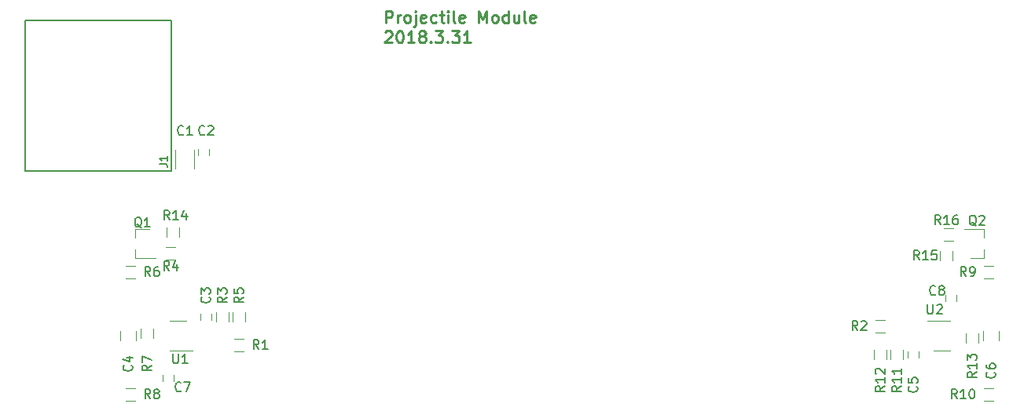
<source format=gbr>
G04 #@! TF.FileFunction,Legend,Top*
%FSLAX46Y46*%
G04 Gerber Fmt 4.6, Leading zero omitted, Abs format (unit mm)*
G04 Created by KiCad (PCBNEW 4.0.7) date 03/31/18 19:25:42*
%MOMM*%
%LPD*%
G01*
G04 APERTURE LIST*
%ADD10C,0.150000*%
%ADD11C,0.254000*%
%ADD12C,0.149860*%
%ADD13C,0.120000*%
G04 APERTURE END LIST*
D10*
D11*
X64818381Y-26165024D02*
X64818381Y-24895024D01*
X65302190Y-24895024D01*
X65423143Y-24955500D01*
X65483619Y-25015976D01*
X65544095Y-25136929D01*
X65544095Y-25318357D01*
X65483619Y-25439310D01*
X65423143Y-25499786D01*
X65302190Y-25560262D01*
X64818381Y-25560262D01*
X66088381Y-26165024D02*
X66088381Y-25318357D01*
X66088381Y-25560262D02*
X66148857Y-25439310D01*
X66209333Y-25378833D01*
X66330286Y-25318357D01*
X66451238Y-25318357D01*
X67056000Y-26165024D02*
X66935047Y-26104548D01*
X66874571Y-26044071D01*
X66814095Y-25923119D01*
X66814095Y-25560262D01*
X66874571Y-25439310D01*
X66935047Y-25378833D01*
X67056000Y-25318357D01*
X67237428Y-25318357D01*
X67358380Y-25378833D01*
X67418857Y-25439310D01*
X67479333Y-25560262D01*
X67479333Y-25923119D01*
X67418857Y-26044071D01*
X67358380Y-26104548D01*
X67237428Y-26165024D01*
X67056000Y-26165024D01*
X68023619Y-25318357D02*
X68023619Y-26406929D01*
X67963143Y-26527881D01*
X67842190Y-26588357D01*
X67781714Y-26588357D01*
X68023619Y-24895024D02*
X67963143Y-24955500D01*
X68023619Y-25015976D01*
X68084095Y-24955500D01*
X68023619Y-24895024D01*
X68023619Y-25015976D01*
X69112190Y-26104548D02*
X68991238Y-26165024D01*
X68749333Y-26165024D01*
X68628381Y-26104548D01*
X68567905Y-25983595D01*
X68567905Y-25499786D01*
X68628381Y-25378833D01*
X68749333Y-25318357D01*
X68991238Y-25318357D01*
X69112190Y-25378833D01*
X69172667Y-25499786D01*
X69172667Y-25620738D01*
X68567905Y-25741690D01*
X70261238Y-26104548D02*
X70140285Y-26165024D01*
X69898381Y-26165024D01*
X69777428Y-26104548D01*
X69716952Y-26044071D01*
X69656476Y-25923119D01*
X69656476Y-25560262D01*
X69716952Y-25439310D01*
X69777428Y-25378833D01*
X69898381Y-25318357D01*
X70140285Y-25318357D01*
X70261238Y-25378833D01*
X70624094Y-25318357D02*
X71107904Y-25318357D01*
X70805523Y-24895024D02*
X70805523Y-25983595D01*
X70865999Y-26104548D01*
X70986952Y-26165024D01*
X71107904Y-26165024D01*
X71531237Y-26165024D02*
X71531237Y-25318357D01*
X71531237Y-24895024D02*
X71470761Y-24955500D01*
X71531237Y-25015976D01*
X71591713Y-24955500D01*
X71531237Y-24895024D01*
X71531237Y-25015976D01*
X72317428Y-26165024D02*
X72196475Y-26104548D01*
X72135999Y-25983595D01*
X72135999Y-24895024D01*
X73285046Y-26104548D02*
X73164094Y-26165024D01*
X72922189Y-26165024D01*
X72801237Y-26104548D01*
X72740761Y-25983595D01*
X72740761Y-25499786D01*
X72801237Y-25378833D01*
X72922189Y-25318357D01*
X73164094Y-25318357D01*
X73285046Y-25378833D01*
X73345523Y-25499786D01*
X73345523Y-25620738D01*
X72740761Y-25741690D01*
X74857427Y-26165024D02*
X74857427Y-24895024D01*
X75280760Y-25802167D01*
X75704094Y-24895024D01*
X75704094Y-26165024D01*
X76490285Y-26165024D02*
X76369332Y-26104548D01*
X76308856Y-26044071D01*
X76248380Y-25923119D01*
X76248380Y-25560262D01*
X76308856Y-25439310D01*
X76369332Y-25378833D01*
X76490285Y-25318357D01*
X76671713Y-25318357D01*
X76792665Y-25378833D01*
X76853142Y-25439310D01*
X76913618Y-25560262D01*
X76913618Y-25923119D01*
X76853142Y-26044071D01*
X76792665Y-26104548D01*
X76671713Y-26165024D01*
X76490285Y-26165024D01*
X78002190Y-26165024D02*
X78002190Y-24895024D01*
X78002190Y-26104548D02*
X77881237Y-26165024D01*
X77639333Y-26165024D01*
X77518380Y-26104548D01*
X77457904Y-26044071D01*
X77397428Y-25923119D01*
X77397428Y-25560262D01*
X77457904Y-25439310D01*
X77518380Y-25378833D01*
X77639333Y-25318357D01*
X77881237Y-25318357D01*
X78002190Y-25378833D01*
X79151238Y-25318357D02*
X79151238Y-26165024D01*
X78606952Y-25318357D02*
X78606952Y-25983595D01*
X78667428Y-26104548D01*
X78788381Y-26165024D01*
X78969809Y-26165024D01*
X79090761Y-26104548D01*
X79151238Y-26044071D01*
X79937429Y-26165024D02*
X79816476Y-26104548D01*
X79756000Y-25983595D01*
X79756000Y-24895024D01*
X80905047Y-26104548D02*
X80784095Y-26165024D01*
X80542190Y-26165024D01*
X80421238Y-26104548D01*
X80360762Y-25983595D01*
X80360762Y-25499786D01*
X80421238Y-25378833D01*
X80542190Y-25318357D01*
X80784095Y-25318357D01*
X80905047Y-25378833D01*
X80965524Y-25499786D01*
X80965524Y-25620738D01*
X80360762Y-25741690D01*
X64757905Y-27174976D02*
X64818381Y-27114500D01*
X64939333Y-27054024D01*
X65241714Y-27054024D01*
X65362667Y-27114500D01*
X65423143Y-27174976D01*
X65483619Y-27295929D01*
X65483619Y-27416881D01*
X65423143Y-27598310D01*
X64697429Y-28324024D01*
X65483619Y-28324024D01*
X66269810Y-27054024D02*
X66390762Y-27054024D01*
X66511714Y-27114500D01*
X66572191Y-27174976D01*
X66632667Y-27295929D01*
X66693143Y-27537833D01*
X66693143Y-27840214D01*
X66632667Y-28082119D01*
X66572191Y-28203071D01*
X66511714Y-28263548D01*
X66390762Y-28324024D01*
X66269810Y-28324024D01*
X66148857Y-28263548D01*
X66088381Y-28203071D01*
X66027905Y-28082119D01*
X65967429Y-27840214D01*
X65967429Y-27537833D01*
X66027905Y-27295929D01*
X66088381Y-27174976D01*
X66148857Y-27114500D01*
X66269810Y-27054024D01*
X67902667Y-28324024D02*
X67176953Y-28324024D01*
X67539810Y-28324024D02*
X67539810Y-27054024D01*
X67418858Y-27235452D01*
X67297905Y-27356405D01*
X67176953Y-27416881D01*
X68628382Y-27598310D02*
X68507429Y-27537833D01*
X68446953Y-27477357D01*
X68386477Y-27356405D01*
X68386477Y-27295929D01*
X68446953Y-27174976D01*
X68507429Y-27114500D01*
X68628382Y-27054024D01*
X68870286Y-27054024D01*
X68991239Y-27114500D01*
X69051715Y-27174976D01*
X69112191Y-27295929D01*
X69112191Y-27356405D01*
X69051715Y-27477357D01*
X68991239Y-27537833D01*
X68870286Y-27598310D01*
X68628382Y-27598310D01*
X68507429Y-27658786D01*
X68446953Y-27719262D01*
X68386477Y-27840214D01*
X68386477Y-28082119D01*
X68446953Y-28203071D01*
X68507429Y-28263548D01*
X68628382Y-28324024D01*
X68870286Y-28324024D01*
X68991239Y-28263548D01*
X69051715Y-28203071D01*
X69112191Y-28082119D01*
X69112191Y-27840214D01*
X69051715Y-27719262D01*
X68991239Y-27658786D01*
X68870286Y-27598310D01*
X69656477Y-28203071D02*
X69716953Y-28263548D01*
X69656477Y-28324024D01*
X69596001Y-28263548D01*
X69656477Y-28203071D01*
X69656477Y-28324024D01*
X70140287Y-27054024D02*
X70926477Y-27054024D01*
X70503144Y-27537833D01*
X70684572Y-27537833D01*
X70805525Y-27598310D01*
X70866001Y-27658786D01*
X70926477Y-27779738D01*
X70926477Y-28082119D01*
X70866001Y-28203071D01*
X70805525Y-28263548D01*
X70684572Y-28324024D01*
X70321715Y-28324024D01*
X70200763Y-28263548D01*
X70140287Y-28203071D01*
X71470763Y-28203071D02*
X71531239Y-28263548D01*
X71470763Y-28324024D01*
X71410287Y-28263548D01*
X71470763Y-28203071D01*
X71470763Y-28324024D01*
X71954573Y-27054024D02*
X72740763Y-27054024D01*
X72317430Y-27537833D01*
X72498858Y-27537833D01*
X72619811Y-27598310D01*
X72680287Y-27658786D01*
X72740763Y-27779738D01*
X72740763Y-28082119D01*
X72680287Y-28203071D01*
X72619811Y-28263548D01*
X72498858Y-28324024D01*
X72136001Y-28324024D01*
X72015049Y-28263548D01*
X71954573Y-28203071D01*
X73950287Y-28324024D02*
X73224573Y-28324024D01*
X73587430Y-28324024D02*
X73587430Y-27054024D01*
X73466478Y-27235452D01*
X73345525Y-27356405D01*
X73224573Y-27416881D01*
D12*
X25962000Y-25906000D02*
X41712000Y-25906000D01*
X41712000Y-25906000D02*
X41712000Y-42166000D01*
X41712000Y-42166000D02*
X25962000Y-42166000D01*
X25962000Y-42166000D02*
X25962000Y-25906000D01*
D13*
X44612000Y-40482000D02*
X44612000Y-39782000D01*
X45812000Y-39782000D02*
X45812000Y-40482000D01*
X44200000Y-41894000D02*
X44200000Y-39894000D01*
X42160000Y-39894000D02*
X42160000Y-41894000D01*
X37848000Y-48458000D02*
X37848000Y-49388000D01*
X37848000Y-51618000D02*
X37848000Y-50688000D01*
X37848000Y-51618000D02*
X40008000Y-51618000D01*
X37848000Y-48458000D02*
X39308000Y-48458000D01*
X46066000Y-57562000D02*
X46066000Y-58262000D01*
X44866000Y-58262000D02*
X44866000Y-57562000D01*
X36234000Y-59444000D02*
X36234000Y-60444000D01*
X37934000Y-60444000D02*
X37934000Y-59444000D01*
X121066000Y-62326000D02*
X121066000Y-61626000D01*
X122266000Y-61626000D02*
X122266000Y-62326000D01*
X130898000Y-60444000D02*
X130898000Y-59444000D01*
X129198000Y-59444000D02*
X129198000Y-60444000D01*
X49522000Y-61640000D02*
X48522000Y-61640000D01*
X48522000Y-60280000D02*
X49522000Y-60280000D01*
X117610000Y-58248000D02*
X118610000Y-58248000D01*
X118610000Y-59608000D02*
X117610000Y-59608000D01*
X47924000Y-57412000D02*
X47924000Y-58412000D01*
X46564000Y-58412000D02*
X46564000Y-57412000D01*
X41156000Y-50374000D02*
X42156000Y-50374000D01*
X42156000Y-51734000D02*
X41156000Y-51734000D01*
X49702000Y-57412000D02*
X49702000Y-58412000D01*
X48342000Y-58412000D02*
X48342000Y-57412000D01*
X37838000Y-53766000D02*
X36838000Y-53766000D01*
X36838000Y-52406000D02*
X37838000Y-52406000D01*
X38436000Y-60190000D02*
X38436000Y-59190000D01*
X39796000Y-59190000D02*
X39796000Y-60190000D01*
X37838000Y-66974000D02*
X36838000Y-66974000D01*
X36838000Y-65614000D02*
X37838000Y-65614000D01*
X129294000Y-52406000D02*
X130294000Y-52406000D01*
X130294000Y-53766000D02*
X129294000Y-53766000D01*
X129294000Y-65614000D02*
X130294000Y-65614000D01*
X130294000Y-66974000D02*
X129294000Y-66974000D01*
X119208000Y-62476000D02*
X119208000Y-61476000D01*
X120568000Y-61476000D02*
X120568000Y-62476000D01*
X117430000Y-62476000D02*
X117430000Y-61476000D01*
X118790000Y-61476000D02*
X118790000Y-62476000D01*
X128696000Y-59698000D02*
X128696000Y-60698000D01*
X127336000Y-60698000D02*
X127336000Y-59698000D01*
X43318000Y-58334000D02*
X41518000Y-58334000D01*
X41518000Y-61554000D02*
X43968000Y-61554000D01*
X123814000Y-61554000D02*
X125614000Y-61554000D01*
X125614000Y-58334000D02*
X123164000Y-58334000D01*
X42590000Y-48268000D02*
X42590000Y-49268000D01*
X41230000Y-49268000D02*
X41230000Y-48268000D01*
X129284000Y-51618000D02*
X129284000Y-50688000D01*
X129284000Y-48458000D02*
X129284000Y-49388000D01*
X129284000Y-48458000D02*
X127124000Y-48458000D01*
X129284000Y-51618000D02*
X127824000Y-51618000D01*
X124542000Y-51808000D02*
X124542000Y-50808000D01*
X125902000Y-50808000D02*
X125902000Y-51808000D01*
X124976000Y-48342000D02*
X125976000Y-48342000D01*
X125976000Y-49702000D02*
X124976000Y-49702000D01*
X40802000Y-64866000D02*
X40802000Y-64166000D01*
X42002000Y-64166000D02*
X42002000Y-64866000D01*
X126330000Y-55530000D02*
X126330000Y-56230000D01*
X125130000Y-56230000D02*
X125130000Y-55530000D01*
D10*
X40455905Y-41414666D02*
X41027333Y-41414666D01*
X41141619Y-41452762D01*
X41217810Y-41528952D01*
X41255905Y-41643238D01*
X41255905Y-41719428D01*
X41255905Y-40614666D02*
X41255905Y-41071809D01*
X41255905Y-40843238D02*
X40455905Y-40843238D01*
X40570190Y-40919428D01*
X40646381Y-40995619D01*
X40684476Y-41071809D01*
X45299334Y-38203143D02*
X45251715Y-38250762D01*
X45108858Y-38298381D01*
X45013620Y-38298381D01*
X44870762Y-38250762D01*
X44775524Y-38155524D01*
X44727905Y-38060286D01*
X44680286Y-37869810D01*
X44680286Y-37726952D01*
X44727905Y-37536476D01*
X44775524Y-37441238D01*
X44870762Y-37346000D01*
X45013620Y-37298381D01*
X45108858Y-37298381D01*
X45251715Y-37346000D01*
X45299334Y-37393619D01*
X45680286Y-37393619D02*
X45727905Y-37346000D01*
X45823143Y-37298381D01*
X46061239Y-37298381D01*
X46156477Y-37346000D01*
X46204096Y-37393619D01*
X46251715Y-37488857D01*
X46251715Y-37584095D01*
X46204096Y-37726952D01*
X45632667Y-38298381D01*
X46251715Y-38298381D01*
X43013334Y-38203143D02*
X42965715Y-38250762D01*
X42822858Y-38298381D01*
X42727620Y-38298381D01*
X42584762Y-38250762D01*
X42489524Y-38155524D01*
X42441905Y-38060286D01*
X42394286Y-37869810D01*
X42394286Y-37726952D01*
X42441905Y-37536476D01*
X42489524Y-37441238D01*
X42584762Y-37346000D01*
X42727620Y-37298381D01*
X42822858Y-37298381D01*
X42965715Y-37346000D01*
X43013334Y-37393619D01*
X43965715Y-38298381D02*
X43394286Y-38298381D01*
X43680000Y-38298381D02*
X43680000Y-37298381D01*
X43584762Y-37441238D01*
X43489524Y-37536476D01*
X43394286Y-37584095D01*
X38512762Y-48299619D02*
X38417524Y-48252000D01*
X38322286Y-48156762D01*
X38179429Y-48013905D01*
X38084190Y-47966286D01*
X37988952Y-47966286D01*
X38036571Y-48204381D02*
X37941333Y-48156762D01*
X37846095Y-48061524D01*
X37798476Y-47871048D01*
X37798476Y-47537714D01*
X37846095Y-47347238D01*
X37941333Y-47252000D01*
X38036571Y-47204381D01*
X38227048Y-47204381D01*
X38322286Y-47252000D01*
X38417524Y-47347238D01*
X38465143Y-47537714D01*
X38465143Y-47871048D01*
X38417524Y-48061524D01*
X38322286Y-48156762D01*
X38227048Y-48204381D01*
X38036571Y-48204381D01*
X39417524Y-48204381D02*
X38846095Y-48204381D01*
X39131809Y-48204381D02*
X39131809Y-47204381D01*
X39036571Y-47347238D01*
X38941333Y-47442476D01*
X38846095Y-47490095D01*
X45823143Y-55792666D02*
X45870762Y-55840285D01*
X45918381Y-55983142D01*
X45918381Y-56078380D01*
X45870762Y-56221238D01*
X45775524Y-56316476D01*
X45680286Y-56364095D01*
X45489810Y-56411714D01*
X45346952Y-56411714D01*
X45156476Y-56364095D01*
X45061238Y-56316476D01*
X44966000Y-56221238D01*
X44918381Y-56078380D01*
X44918381Y-55983142D01*
X44966000Y-55840285D01*
X45013619Y-55792666D01*
X44918381Y-55459333D02*
X44918381Y-54840285D01*
X45299333Y-55173619D01*
X45299333Y-55030761D01*
X45346952Y-54935523D01*
X45394571Y-54887904D01*
X45489810Y-54840285D01*
X45727905Y-54840285D01*
X45823143Y-54887904D01*
X45870762Y-54935523D01*
X45918381Y-55030761D01*
X45918381Y-55316476D01*
X45870762Y-55411714D01*
X45823143Y-55459333D01*
X37441143Y-63158666D02*
X37488762Y-63206285D01*
X37536381Y-63349142D01*
X37536381Y-63444380D01*
X37488762Y-63587238D01*
X37393524Y-63682476D01*
X37298286Y-63730095D01*
X37107810Y-63777714D01*
X36964952Y-63777714D01*
X36774476Y-63730095D01*
X36679238Y-63682476D01*
X36584000Y-63587238D01*
X36536381Y-63444380D01*
X36536381Y-63349142D01*
X36584000Y-63206285D01*
X36631619Y-63158666D01*
X36869714Y-62301523D02*
X37536381Y-62301523D01*
X36488762Y-62539619D02*
X37203048Y-62777714D01*
X37203048Y-62158666D01*
X122023143Y-65444666D02*
X122070762Y-65492285D01*
X122118381Y-65635142D01*
X122118381Y-65730380D01*
X122070762Y-65873238D01*
X121975524Y-65968476D01*
X121880286Y-66016095D01*
X121689810Y-66063714D01*
X121546952Y-66063714D01*
X121356476Y-66016095D01*
X121261238Y-65968476D01*
X121166000Y-65873238D01*
X121118381Y-65730380D01*
X121118381Y-65635142D01*
X121166000Y-65492285D01*
X121213619Y-65444666D01*
X121118381Y-64539904D02*
X121118381Y-65016095D01*
X121594571Y-65063714D01*
X121546952Y-65016095D01*
X121499333Y-64920857D01*
X121499333Y-64682761D01*
X121546952Y-64587523D01*
X121594571Y-64539904D01*
X121689810Y-64492285D01*
X121927905Y-64492285D01*
X122023143Y-64539904D01*
X122070762Y-64587523D01*
X122118381Y-64682761D01*
X122118381Y-64920857D01*
X122070762Y-65016095D01*
X122023143Y-65063714D01*
X130405143Y-63920666D02*
X130452762Y-63968285D01*
X130500381Y-64111142D01*
X130500381Y-64206380D01*
X130452762Y-64349238D01*
X130357524Y-64444476D01*
X130262286Y-64492095D01*
X130071810Y-64539714D01*
X129928952Y-64539714D01*
X129738476Y-64492095D01*
X129643238Y-64444476D01*
X129548000Y-64349238D01*
X129500381Y-64206380D01*
X129500381Y-64111142D01*
X129548000Y-63968285D01*
X129595619Y-63920666D01*
X129500381Y-63063523D02*
X129500381Y-63254000D01*
X129548000Y-63349238D01*
X129595619Y-63396857D01*
X129738476Y-63492095D01*
X129928952Y-63539714D01*
X130309905Y-63539714D01*
X130405143Y-63492095D01*
X130452762Y-63444476D01*
X130500381Y-63349238D01*
X130500381Y-63158761D01*
X130452762Y-63063523D01*
X130405143Y-63015904D01*
X130309905Y-62968285D01*
X130071810Y-62968285D01*
X129976571Y-63015904D01*
X129928952Y-63063523D01*
X129881333Y-63158761D01*
X129881333Y-63349238D01*
X129928952Y-63444476D01*
X129976571Y-63492095D01*
X130071810Y-63539714D01*
X51141334Y-61412381D02*
X50808000Y-60936190D01*
X50569905Y-61412381D02*
X50569905Y-60412381D01*
X50950858Y-60412381D01*
X51046096Y-60460000D01*
X51093715Y-60507619D01*
X51141334Y-60602857D01*
X51141334Y-60745714D01*
X51093715Y-60840952D01*
X51046096Y-60888571D01*
X50950858Y-60936190D01*
X50569905Y-60936190D01*
X52093715Y-61412381D02*
X51522286Y-61412381D01*
X51808000Y-61412381D02*
X51808000Y-60412381D01*
X51712762Y-60555238D01*
X51617524Y-60650476D01*
X51522286Y-60698095D01*
X115657334Y-59380381D02*
X115324000Y-58904190D01*
X115085905Y-59380381D02*
X115085905Y-58380381D01*
X115466858Y-58380381D01*
X115562096Y-58428000D01*
X115609715Y-58475619D01*
X115657334Y-58570857D01*
X115657334Y-58713714D01*
X115609715Y-58808952D01*
X115562096Y-58856571D01*
X115466858Y-58904190D01*
X115085905Y-58904190D01*
X116038286Y-58475619D02*
X116085905Y-58428000D01*
X116181143Y-58380381D01*
X116419239Y-58380381D01*
X116514477Y-58428000D01*
X116562096Y-58475619D01*
X116609715Y-58570857D01*
X116609715Y-58666095D01*
X116562096Y-58808952D01*
X115990667Y-59380381D01*
X116609715Y-59380381D01*
X47696381Y-55792666D02*
X47220190Y-56126000D01*
X47696381Y-56364095D02*
X46696381Y-56364095D01*
X46696381Y-55983142D01*
X46744000Y-55887904D01*
X46791619Y-55840285D01*
X46886857Y-55792666D01*
X47029714Y-55792666D01*
X47124952Y-55840285D01*
X47172571Y-55887904D01*
X47220190Y-55983142D01*
X47220190Y-56364095D01*
X46696381Y-55459333D02*
X46696381Y-54840285D01*
X47077333Y-55173619D01*
X47077333Y-55030761D01*
X47124952Y-54935523D01*
X47172571Y-54887904D01*
X47267810Y-54840285D01*
X47505905Y-54840285D01*
X47601143Y-54887904D01*
X47648762Y-54935523D01*
X47696381Y-55030761D01*
X47696381Y-55316476D01*
X47648762Y-55411714D01*
X47601143Y-55459333D01*
X41489334Y-52903381D02*
X41156000Y-52427190D01*
X40917905Y-52903381D02*
X40917905Y-51903381D01*
X41298858Y-51903381D01*
X41394096Y-51951000D01*
X41441715Y-51998619D01*
X41489334Y-52093857D01*
X41489334Y-52236714D01*
X41441715Y-52331952D01*
X41394096Y-52379571D01*
X41298858Y-52427190D01*
X40917905Y-52427190D01*
X42346477Y-52236714D02*
X42346477Y-52903381D01*
X42108381Y-51855762D02*
X41870286Y-52570048D01*
X42489334Y-52570048D01*
X49474381Y-55792666D02*
X48998190Y-56126000D01*
X49474381Y-56364095D02*
X48474381Y-56364095D01*
X48474381Y-55983142D01*
X48522000Y-55887904D01*
X48569619Y-55840285D01*
X48664857Y-55792666D01*
X48807714Y-55792666D01*
X48902952Y-55840285D01*
X48950571Y-55887904D01*
X48998190Y-55983142D01*
X48998190Y-56364095D01*
X48474381Y-54887904D02*
X48474381Y-55364095D01*
X48950571Y-55411714D01*
X48902952Y-55364095D01*
X48855333Y-55268857D01*
X48855333Y-55030761D01*
X48902952Y-54935523D01*
X48950571Y-54887904D01*
X49045810Y-54840285D01*
X49283905Y-54840285D01*
X49379143Y-54887904D01*
X49426762Y-54935523D01*
X49474381Y-55030761D01*
X49474381Y-55268857D01*
X49426762Y-55364095D01*
X49379143Y-55411714D01*
X39457334Y-53538381D02*
X39124000Y-53062190D01*
X38885905Y-53538381D02*
X38885905Y-52538381D01*
X39266858Y-52538381D01*
X39362096Y-52586000D01*
X39409715Y-52633619D01*
X39457334Y-52728857D01*
X39457334Y-52871714D01*
X39409715Y-52966952D01*
X39362096Y-53014571D01*
X39266858Y-53062190D01*
X38885905Y-53062190D01*
X40314477Y-52538381D02*
X40124000Y-52538381D01*
X40028762Y-52586000D01*
X39981143Y-52633619D01*
X39885905Y-52776476D01*
X39838286Y-52966952D01*
X39838286Y-53347905D01*
X39885905Y-53443143D01*
X39933524Y-53490762D01*
X40028762Y-53538381D01*
X40219239Y-53538381D01*
X40314477Y-53490762D01*
X40362096Y-53443143D01*
X40409715Y-53347905D01*
X40409715Y-53109810D01*
X40362096Y-53014571D01*
X40314477Y-52966952D01*
X40219239Y-52919333D01*
X40028762Y-52919333D01*
X39933524Y-52966952D01*
X39885905Y-53014571D01*
X39838286Y-53109810D01*
X39568381Y-63158666D02*
X39092190Y-63492000D01*
X39568381Y-63730095D02*
X38568381Y-63730095D01*
X38568381Y-63349142D01*
X38616000Y-63253904D01*
X38663619Y-63206285D01*
X38758857Y-63158666D01*
X38901714Y-63158666D01*
X38996952Y-63206285D01*
X39044571Y-63253904D01*
X39092190Y-63349142D01*
X39092190Y-63730095D01*
X38568381Y-62825333D02*
X38568381Y-62158666D01*
X39568381Y-62587238D01*
X39457334Y-66746381D02*
X39124000Y-66270190D01*
X38885905Y-66746381D02*
X38885905Y-65746381D01*
X39266858Y-65746381D01*
X39362096Y-65794000D01*
X39409715Y-65841619D01*
X39457334Y-65936857D01*
X39457334Y-66079714D01*
X39409715Y-66174952D01*
X39362096Y-66222571D01*
X39266858Y-66270190D01*
X38885905Y-66270190D01*
X40028762Y-66174952D02*
X39933524Y-66127333D01*
X39885905Y-66079714D01*
X39838286Y-65984476D01*
X39838286Y-65936857D01*
X39885905Y-65841619D01*
X39933524Y-65794000D01*
X40028762Y-65746381D01*
X40219239Y-65746381D01*
X40314477Y-65794000D01*
X40362096Y-65841619D01*
X40409715Y-65936857D01*
X40409715Y-65984476D01*
X40362096Y-66079714D01*
X40314477Y-66127333D01*
X40219239Y-66174952D01*
X40028762Y-66174952D01*
X39933524Y-66222571D01*
X39885905Y-66270190D01*
X39838286Y-66365429D01*
X39838286Y-66555905D01*
X39885905Y-66651143D01*
X39933524Y-66698762D01*
X40028762Y-66746381D01*
X40219239Y-66746381D01*
X40314477Y-66698762D01*
X40362096Y-66651143D01*
X40409715Y-66555905D01*
X40409715Y-66365429D01*
X40362096Y-66270190D01*
X40314477Y-66222571D01*
X40219239Y-66174952D01*
X127341334Y-53538381D02*
X127008000Y-53062190D01*
X126769905Y-53538381D02*
X126769905Y-52538381D01*
X127150858Y-52538381D01*
X127246096Y-52586000D01*
X127293715Y-52633619D01*
X127341334Y-52728857D01*
X127341334Y-52871714D01*
X127293715Y-52966952D01*
X127246096Y-53014571D01*
X127150858Y-53062190D01*
X126769905Y-53062190D01*
X127817524Y-53538381D02*
X128008000Y-53538381D01*
X128103239Y-53490762D01*
X128150858Y-53443143D01*
X128246096Y-53300286D01*
X128293715Y-53109810D01*
X128293715Y-52728857D01*
X128246096Y-52633619D01*
X128198477Y-52586000D01*
X128103239Y-52538381D01*
X127912762Y-52538381D01*
X127817524Y-52586000D01*
X127769905Y-52633619D01*
X127722286Y-52728857D01*
X127722286Y-52966952D01*
X127769905Y-53062190D01*
X127817524Y-53109810D01*
X127912762Y-53157429D01*
X128103239Y-53157429D01*
X128198477Y-53109810D01*
X128246096Y-53062190D01*
X128293715Y-52966952D01*
X126357143Y-66746381D02*
X126023809Y-66270190D01*
X125785714Y-66746381D02*
X125785714Y-65746381D01*
X126166667Y-65746381D01*
X126261905Y-65794000D01*
X126309524Y-65841619D01*
X126357143Y-65936857D01*
X126357143Y-66079714D01*
X126309524Y-66174952D01*
X126261905Y-66222571D01*
X126166667Y-66270190D01*
X125785714Y-66270190D01*
X127309524Y-66746381D02*
X126738095Y-66746381D01*
X127023809Y-66746381D02*
X127023809Y-65746381D01*
X126928571Y-65889238D01*
X126833333Y-65984476D01*
X126738095Y-66032095D01*
X127928571Y-65746381D02*
X128023810Y-65746381D01*
X128119048Y-65794000D01*
X128166667Y-65841619D01*
X128214286Y-65936857D01*
X128261905Y-66127333D01*
X128261905Y-66365429D01*
X128214286Y-66555905D01*
X128166667Y-66651143D01*
X128119048Y-66698762D01*
X128023810Y-66746381D01*
X127928571Y-66746381D01*
X127833333Y-66698762D01*
X127785714Y-66651143D01*
X127738095Y-66555905D01*
X127690476Y-66365429D01*
X127690476Y-66127333D01*
X127738095Y-65936857D01*
X127785714Y-65841619D01*
X127833333Y-65794000D01*
X127928571Y-65746381D01*
X120340381Y-65412857D02*
X119864190Y-65746191D01*
X120340381Y-65984286D02*
X119340381Y-65984286D01*
X119340381Y-65603333D01*
X119388000Y-65508095D01*
X119435619Y-65460476D01*
X119530857Y-65412857D01*
X119673714Y-65412857D01*
X119768952Y-65460476D01*
X119816571Y-65508095D01*
X119864190Y-65603333D01*
X119864190Y-65984286D01*
X120340381Y-64460476D02*
X120340381Y-65031905D01*
X120340381Y-64746191D02*
X119340381Y-64746191D01*
X119483238Y-64841429D01*
X119578476Y-64936667D01*
X119626095Y-65031905D01*
X120340381Y-63508095D02*
X120340381Y-64079524D01*
X120340381Y-63793810D02*
X119340381Y-63793810D01*
X119483238Y-63889048D01*
X119578476Y-63984286D01*
X119626095Y-64079524D01*
X118562381Y-65412857D02*
X118086190Y-65746191D01*
X118562381Y-65984286D02*
X117562381Y-65984286D01*
X117562381Y-65603333D01*
X117610000Y-65508095D01*
X117657619Y-65460476D01*
X117752857Y-65412857D01*
X117895714Y-65412857D01*
X117990952Y-65460476D01*
X118038571Y-65508095D01*
X118086190Y-65603333D01*
X118086190Y-65984286D01*
X118562381Y-64460476D02*
X118562381Y-65031905D01*
X118562381Y-64746191D02*
X117562381Y-64746191D01*
X117705238Y-64841429D01*
X117800476Y-64936667D01*
X117848095Y-65031905D01*
X117657619Y-64079524D02*
X117610000Y-64031905D01*
X117562381Y-63936667D01*
X117562381Y-63698571D01*
X117610000Y-63603333D01*
X117657619Y-63555714D01*
X117752857Y-63508095D01*
X117848095Y-63508095D01*
X117990952Y-63555714D01*
X118562381Y-64127143D01*
X118562381Y-63508095D01*
X128468381Y-63888857D02*
X127992190Y-64222191D01*
X128468381Y-64460286D02*
X127468381Y-64460286D01*
X127468381Y-64079333D01*
X127516000Y-63984095D01*
X127563619Y-63936476D01*
X127658857Y-63888857D01*
X127801714Y-63888857D01*
X127896952Y-63936476D01*
X127944571Y-63984095D01*
X127992190Y-64079333D01*
X127992190Y-64460286D01*
X128468381Y-62936476D02*
X128468381Y-63507905D01*
X128468381Y-63222191D02*
X127468381Y-63222191D01*
X127611238Y-63317429D01*
X127706476Y-63412667D01*
X127754095Y-63507905D01*
X127468381Y-62603143D02*
X127468381Y-61984095D01*
X127849333Y-62317429D01*
X127849333Y-62174571D01*
X127896952Y-62079333D01*
X127944571Y-62031714D01*
X128039810Y-61984095D01*
X128277905Y-61984095D01*
X128373143Y-62031714D01*
X128420762Y-62079333D01*
X128468381Y-62174571D01*
X128468381Y-62460286D01*
X128420762Y-62555524D01*
X128373143Y-62603143D01*
X41910095Y-61936381D02*
X41910095Y-62745905D01*
X41957714Y-62841143D01*
X42005333Y-62888762D01*
X42100571Y-62936381D01*
X42291048Y-62936381D01*
X42386286Y-62888762D01*
X42433905Y-62841143D01*
X42481524Y-62745905D01*
X42481524Y-61936381D01*
X43481524Y-62936381D02*
X42910095Y-62936381D01*
X43195809Y-62936381D02*
X43195809Y-61936381D01*
X43100571Y-62079238D01*
X43005333Y-62174476D01*
X42910095Y-62222095D01*
X123190095Y-56602381D02*
X123190095Y-57411905D01*
X123237714Y-57507143D01*
X123285333Y-57554762D01*
X123380571Y-57602381D01*
X123571048Y-57602381D01*
X123666286Y-57554762D01*
X123713905Y-57507143D01*
X123761524Y-57411905D01*
X123761524Y-56602381D01*
X124190095Y-56697619D02*
X124237714Y-56650000D01*
X124332952Y-56602381D01*
X124571048Y-56602381D01*
X124666286Y-56650000D01*
X124713905Y-56697619D01*
X124761524Y-56792857D01*
X124761524Y-56888095D01*
X124713905Y-57030952D01*
X124142476Y-57602381D01*
X124761524Y-57602381D01*
X41521143Y-47442381D02*
X41187809Y-46966190D01*
X40949714Y-47442381D02*
X40949714Y-46442381D01*
X41330667Y-46442381D01*
X41425905Y-46490000D01*
X41473524Y-46537619D01*
X41521143Y-46632857D01*
X41521143Y-46775714D01*
X41473524Y-46870952D01*
X41425905Y-46918571D01*
X41330667Y-46966190D01*
X40949714Y-46966190D01*
X42473524Y-47442381D02*
X41902095Y-47442381D01*
X42187809Y-47442381D02*
X42187809Y-46442381D01*
X42092571Y-46585238D01*
X41997333Y-46680476D01*
X41902095Y-46728095D01*
X43330667Y-46775714D02*
X43330667Y-47442381D01*
X43092571Y-46394762D02*
X42854476Y-47109048D01*
X43473524Y-47109048D01*
X128428762Y-48085619D02*
X128333524Y-48038000D01*
X128238286Y-47942762D01*
X128095429Y-47799905D01*
X128000190Y-47752286D01*
X127904952Y-47752286D01*
X127952571Y-47990381D02*
X127857333Y-47942762D01*
X127762095Y-47847524D01*
X127714476Y-47657048D01*
X127714476Y-47323714D01*
X127762095Y-47133238D01*
X127857333Y-47038000D01*
X127952571Y-46990381D01*
X128143048Y-46990381D01*
X128238286Y-47038000D01*
X128333524Y-47133238D01*
X128381143Y-47323714D01*
X128381143Y-47657048D01*
X128333524Y-47847524D01*
X128238286Y-47942762D01*
X128143048Y-47990381D01*
X127952571Y-47990381D01*
X128762095Y-47085619D02*
X128809714Y-47038000D01*
X128904952Y-46990381D01*
X129143048Y-46990381D01*
X129238286Y-47038000D01*
X129285905Y-47085619D01*
X129333524Y-47180857D01*
X129333524Y-47276095D01*
X129285905Y-47418952D01*
X128714476Y-47990381D01*
X129333524Y-47990381D01*
X122293143Y-51760381D02*
X121959809Y-51284190D01*
X121721714Y-51760381D02*
X121721714Y-50760381D01*
X122102667Y-50760381D01*
X122197905Y-50808000D01*
X122245524Y-50855619D01*
X122293143Y-50950857D01*
X122293143Y-51093714D01*
X122245524Y-51188952D01*
X122197905Y-51236571D01*
X122102667Y-51284190D01*
X121721714Y-51284190D01*
X123245524Y-51760381D02*
X122674095Y-51760381D01*
X122959809Y-51760381D02*
X122959809Y-50760381D01*
X122864571Y-50903238D01*
X122769333Y-50998476D01*
X122674095Y-51046095D01*
X124150286Y-50760381D02*
X123674095Y-50760381D01*
X123626476Y-51236571D01*
X123674095Y-51188952D01*
X123769333Y-51141333D01*
X124007429Y-51141333D01*
X124102667Y-51188952D01*
X124150286Y-51236571D01*
X124197905Y-51331810D01*
X124197905Y-51569905D01*
X124150286Y-51665143D01*
X124102667Y-51712762D01*
X124007429Y-51760381D01*
X123769333Y-51760381D01*
X123674095Y-51712762D01*
X123626476Y-51665143D01*
X124579143Y-47950381D02*
X124245809Y-47474190D01*
X124007714Y-47950381D02*
X124007714Y-46950381D01*
X124388667Y-46950381D01*
X124483905Y-46998000D01*
X124531524Y-47045619D01*
X124579143Y-47140857D01*
X124579143Y-47283714D01*
X124531524Y-47378952D01*
X124483905Y-47426571D01*
X124388667Y-47474190D01*
X124007714Y-47474190D01*
X125531524Y-47950381D02*
X124960095Y-47950381D01*
X125245809Y-47950381D02*
X125245809Y-46950381D01*
X125150571Y-47093238D01*
X125055333Y-47188476D01*
X124960095Y-47236095D01*
X126388667Y-46950381D02*
X126198190Y-46950381D01*
X126102952Y-46998000D01*
X126055333Y-47045619D01*
X125960095Y-47188476D01*
X125912476Y-47378952D01*
X125912476Y-47759905D01*
X125960095Y-47855143D01*
X126007714Y-47902762D01*
X126102952Y-47950381D01*
X126293429Y-47950381D01*
X126388667Y-47902762D01*
X126436286Y-47855143D01*
X126483905Y-47759905D01*
X126483905Y-47521810D01*
X126436286Y-47426571D01*
X126388667Y-47378952D01*
X126293429Y-47331333D01*
X126102952Y-47331333D01*
X126007714Y-47378952D01*
X125960095Y-47426571D01*
X125912476Y-47521810D01*
X42759334Y-65889143D02*
X42711715Y-65936762D01*
X42568858Y-65984381D01*
X42473620Y-65984381D01*
X42330762Y-65936762D01*
X42235524Y-65841524D01*
X42187905Y-65746286D01*
X42140286Y-65555810D01*
X42140286Y-65412952D01*
X42187905Y-65222476D01*
X42235524Y-65127238D01*
X42330762Y-65032000D01*
X42473620Y-64984381D01*
X42568858Y-64984381D01*
X42711715Y-65032000D01*
X42759334Y-65079619D01*
X43092667Y-64984381D02*
X43759334Y-64984381D01*
X43330762Y-65984381D01*
X124039334Y-55475143D02*
X123991715Y-55522762D01*
X123848858Y-55570381D01*
X123753620Y-55570381D01*
X123610762Y-55522762D01*
X123515524Y-55427524D01*
X123467905Y-55332286D01*
X123420286Y-55141810D01*
X123420286Y-54998952D01*
X123467905Y-54808476D01*
X123515524Y-54713238D01*
X123610762Y-54618000D01*
X123753620Y-54570381D01*
X123848858Y-54570381D01*
X123991715Y-54618000D01*
X124039334Y-54665619D01*
X124610762Y-54998952D02*
X124515524Y-54951333D01*
X124467905Y-54903714D01*
X124420286Y-54808476D01*
X124420286Y-54760857D01*
X124467905Y-54665619D01*
X124515524Y-54618000D01*
X124610762Y-54570381D01*
X124801239Y-54570381D01*
X124896477Y-54618000D01*
X124944096Y-54665619D01*
X124991715Y-54760857D01*
X124991715Y-54808476D01*
X124944096Y-54903714D01*
X124896477Y-54951333D01*
X124801239Y-54998952D01*
X124610762Y-54998952D01*
X124515524Y-55046571D01*
X124467905Y-55094190D01*
X124420286Y-55189429D01*
X124420286Y-55379905D01*
X124467905Y-55475143D01*
X124515524Y-55522762D01*
X124610762Y-55570381D01*
X124801239Y-55570381D01*
X124896477Y-55522762D01*
X124944096Y-55475143D01*
X124991715Y-55379905D01*
X124991715Y-55189429D01*
X124944096Y-55094190D01*
X124896477Y-55046571D01*
X124801239Y-54998952D01*
M02*

</source>
